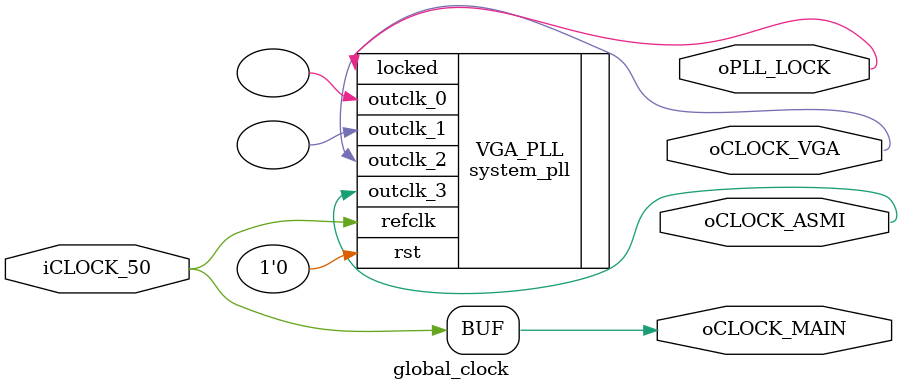
<source format=sv>

`default_nettype none

module global_clock(
		//System
		input wire iCLOCK_50,				//Clock 50MHz
		//PLL
		output wire oPLL_LOCK,
		//Output
		output wire oCLOCK_MAIN,			//Main System Clock,
		output wire oCLOCK_VGA,
		output wire oCLOCK_ASMI
	);


	system_pll VGA_PLL(
		.refclk(iCLOCK_50),
		.rst(1'b0),
		.outclk_0(),					//75MHz
		.outclk_1(),					//49MHz
		.outclk_2(oCLOCK_VGA),			//25MHz
		.outclk_3(oCLOCK_ASMI),			//20MHz
		.locked (oPLL_LOCK)
	);

	
	assign oCLOCK_MAIN = iCLOCK_50;


endmodule // global_clock


`default_nettype wire


</source>
